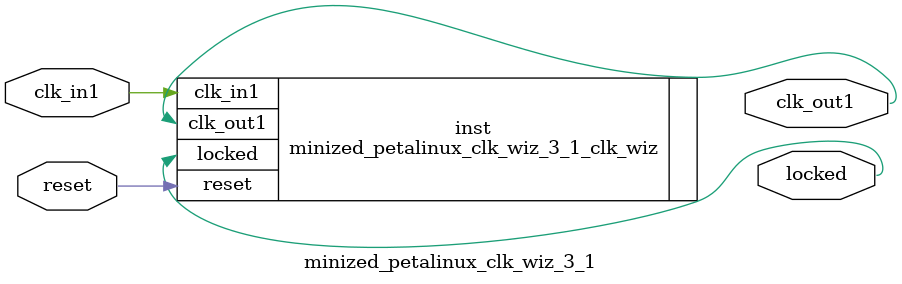
<source format=v>


`timescale 1ps/1ps

(* CORE_GENERATION_INFO = "minized_petalinux_clk_wiz_3_1,clk_wiz_v6_0_1_0_0,{component_name=minized_petalinux_clk_wiz_3_1,use_phase_alignment=true,use_min_o_jitter=false,use_max_i_jitter=false,use_dyn_phase_shift=false,use_inclk_switchover=false,use_dyn_reconfig=false,enable_axi=0,feedback_source=FDBK_AUTO,PRIMITIVE=MMCM,num_out_clk=1,clkin1_period=10.000,clkin2_period=10.000,use_power_down=false,use_reset=true,use_locked=true,use_inclk_stopped=false,feedback_type=SINGLE,CLOCK_MGR_TYPE=NA,manual_override=false}" *)

module minized_petalinux_clk_wiz_3_1 
 (
  // Clock out ports
  output        clk_out1,
  // Status and control signals
  input         reset,
  output        locked,
 // Clock in ports
  input         clk_in1
 );

  minized_petalinux_clk_wiz_3_1_clk_wiz inst
  (
  // Clock out ports  
  .clk_out1(clk_out1),
  // Status and control signals               
  .reset(reset), 
  .locked(locked),
 // Clock in ports
  .clk_in1(clk_in1)
  );

endmodule

</source>
